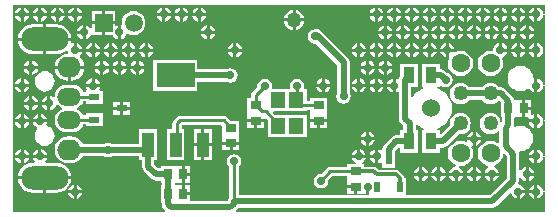
<source format=gbl>
%FSTAX23Y23*%
%MOIN*%
%SFA1B1*%

%IPPOS*%
%ADD13C,0.011810*%
%ADD15C,0.010000*%
%ADD16R,0.027560X0.037400*%
%ADD17R,0.037400X0.027560*%
%ADD37C,0.019680*%
%ADD38C,0.049210*%
%ADD39C,0.060000*%
%ADD40C,0.062990*%
%ADD41O,0.078740X0.068900*%
%ADD42O,0.078740X0.059060*%
%ADD43O,0.157480X0.078740*%
%ADD44R,0.059060X0.059060*%
%ADD45C,0.059060*%
%ADD46C,0.027560*%
%ADD47C,0.050000*%
%ADD48R,0.037400X0.055120*%
%ADD49R,0.023620X0.035430*%
%ADD50R,0.035430X0.023620*%
%ADD51R,0.047240X0.055120*%
%ADD52R,0.127950X0.084650*%
%ADD53R,0.039370X0.084650*%
%LNmidi_stick-1*%
%LPD*%
G36*
X04605Y03249D02*
X046Y03248D01*
X046Y03251*
X04599Y03257*
X04593Y03265*
X04586Y0327*
X04581Y03271*
Y03248*
Y03224*
X04586Y03225*
X04593Y0323*
X04599Y03238*
X046Y03244*
X046Y03247*
X04605Y03246*
Y03131*
X046Y0313*
X046Y03133*
X04599Y03139*
X04593Y03147*
X04586Y03152*
X04581Y03153*
Y03129*
Y03106*
X04586Y03107*
X04593Y03112*
X04599Y0312*
X046Y03126*
X046Y03128*
X04605Y03128*
Y03013*
X046Y03012*
X046Y03015*
X04599Y03021*
X04593Y03028*
X04586Y03034*
X04581Y03035*
Y03011*
Y02988*
X04586Y02989*
X04593Y02994*
X04599Y03002*
X046Y03008*
X046Y0301*
X04605Y0301*
Y02895*
X046Y02894*
X04599Y02902*
X04593Y0291*
X04586Y02916*
X04581Y02916*
Y02893*
Y0287*
X04586Y02871*
X04593Y02876*
X04599Y02884*
X046Y02892*
X04605Y02892*
Y02777*
X046Y02776*
X046Y02779*
X04599Y02784*
X04593Y02792*
X04586Y02797*
X04581Y02798*
Y02775*
Y02752*
X04586Y02753*
X04593Y02758*
X04599Y02766*
X046Y02771*
X046Y02774*
X04605Y02774*
Y02658*
X046Y02658*
X046Y02661*
X04599Y02666*
X04593Y02674*
X04586Y02679*
X04581Y0268*
Y02657*
Y02634*
X04586Y02635*
X04593Y0264*
X04599Y02648*
X046Y02653*
X046Y02656*
X04605Y02656*
Y0259*
X03577*
X03575Y02595*
X03584Y02603*
X03585Y02604*
X04431*
X04439Y02606*
X04445Y0261*
X04489Y02653*
X04494Y02652*
X04495Y02648*
X045Y0264*
X04508Y02635*
X04512Y02634*
Y02657*
X04517*
Y02662*
X0454*
X0454Y02666*
X04534Y02674*
X04526Y02679*
X04521Y0268*
X04518Y02685*
X0452Y02693*
Y02702*
X04521Y02703*
X04527Y02702*
X0453Y02699*
X04537Y02694*
X04542Y02693*
Y02716*
Y02739*
X04537Y02738*
X0453Y02733*
X04527Y0273*
X04521Y02729*
X0452Y0273*
Y02784*
X04519Y02788*
X04523Y02792*
X04525Y02792*
X04535Y02794*
X04546Y02798*
X04555Y02804*
X04561Y02813*
X04566Y02824*
X04567Y02835*
X04566Y02845*
X04561Y02856*
X04555Y02865*
X04546Y02871*
X04535Y02876*
X04525Y02877*
X04514Y02876*
X04508Y02873*
X04504Y02877*
X04504Y02879*
Y02902*
X04508Y02906*
X04511*
X04513*
X0453*
Y02935*
Y02963*
X04513*
X04511*
X04508*
X04506*
X04504*
X04503Y02968*
X04498Y02974*
X04474Y02999*
X04467Y03003*
X0446Y03005*
X04453*
X04449Y03009*
X04442Y03015*
X04434Y03018*
X04425Y03019*
X04415Y03018*
X04407Y03015*
X044Y03009*
X04396Y03005*
X04353*
X04349Y03009*
X04342Y03015*
X04334Y03018*
X04325Y03019*
X04315Y03018*
X04307Y03015*
X043Y03009*
X04294Y03002*
X04291Y02994*
X0429Y02985*
X04291Y02975*
X04294Y02967*
X043Y0296*
X04307Y02954*
X04315Y02951*
X04325Y0295*
X04334Y02951*
X04342Y02954*
X04349Y0296*
X04353Y02964*
X04396*
X044Y0296*
X04407Y02954*
X04415Y02951*
X04425Y0295*
X04434Y02951*
X04442Y02954*
X04449Y0296*
X0445Y0296*
X04455Y02961*
X0446Y02955*
Y02906*
X04464*
Y0289*
X04459Y0289*
X04458Y02894*
X04455Y02902*
X04449Y02909*
X04442Y02915*
X04434Y02918*
X04425Y02919*
X04415Y02918*
X04407Y02915*
X044Y02909*
X04394Y02902*
X04391Y02894*
X0439Y02885*
X04391Y02875*
X04394Y02867*
X044Y0286*
X04407Y02854*
X04415Y02851*
X04425Y0285*
X04434Y02851*
X04442Y02854*
X04449Y0286*
X0445Y0286*
X04454Y02859*
Y0282*
X04449Y02818*
X04445Y02821*
X04435Y02825*
X04425Y02826*
X04414Y02825*
X04404Y02821*
X04395Y02814*
X04388Y02805*
X04384Y02795*
X04383Y02785*
X04384Y02774*
X04388Y02764*
X04395Y02755*
X04404Y02748*
X04414Y02744*
X04418Y02744*
X04419Y02739*
X04419Y02738*
X04411Y02733*
X04406Y02725*
X04405Y02721*
X04452*
X04451Y02725*
X04446Y02733*
X04438Y02738*
X04435Y02739*
X04435Y02744*
X04435Y02744*
X04445Y02748*
X04454Y02755*
X04461Y02764*
X04465Y02774*
X04466Y02782*
X04471Y02784*
X04479Y02776*
Y02701*
X04423Y02645*
X04148*
X04144Y02647*
Y0265*
Y02702*
X04138*
Y02702*
X04137Y02708*
X04133Y02714*
X04121Y02726*
X04116Y02729*
X0411Y02731*
X04051*
X04045Y02737*
X0404Y0274*
X04034Y02741*
X04003*
Y02749*
X03998*
X03997Y02754*
X04003Y02758*
X04008Y02766*
X04009Y0277*
X03962*
X03963Y02766*
X03969Y02758*
X03975Y02754*
X03973Y02749*
X03946*
Y0274*
X03891*
X03886Y02739*
X03881Y02736*
X03862Y02717*
X0386Y02717*
X0385Y02716*
X03842Y0271*
X03837Y02702*
X03835Y02693*
X03837Y02684*
X03842Y02676*
X0385Y02671*
X0386Y02669*
X03869Y02671*
X03877Y02676*
X03882Y02684*
X03884Y02693*
X03883Y02695*
X03898Y0271*
X03946*
Y02701*
Y02698*
Y02679*
X03975*
Y02674*
X0398*
Y0265*
X04003*
X04008Y02651*
X0401Y02651*
Y02674*
X0402*
Y02647*
X04021Y02646*
X04021Y02646*
X0402Y02645*
X03585*
Y0274*
X03587Y02741*
X03592Y02749*
X03594Y02758*
X03592Y02767*
X03587Y02775*
X03579Y02781*
X0357Y02782*
X0356Y02781*
X03552Y02775*
X03547Y02767*
X03545Y02758*
X03547Y02749*
X03552Y02741*
X03554Y0274*
Y02637*
X03551Y02632*
X0355Y02626*
X03548Y02625*
X03424*
Y02645*
X034*
Y0265*
X03395*
Y02678*
X03376*
X03374*
X03373Y02679*
X03372Y02686*
X03373Y02686*
X03376*
X03378*
X03395*
Y02715*
Y02743*
X03378*
X03376*
X03373*
X03371*
X03325*
Y02735*
X03318*
X03304Y02748*
Y02762*
X03314*
Y02867*
X03254*
Y02817*
X03162*
X03159Y02819*
X0315Y02821*
X0314Y02819*
X03137Y02817*
X03066*
X03065Y02819*
X03058Y02828*
X03049Y02836*
X03038Y0284*
X03026Y02842*
X03016*
X03005Y0284*
X02994Y02836*
X02985Y02828*
X02978Y02819*
X02973Y02808*
X02972Y02797*
X02973Y02785*
X02978Y02774*
X02985Y02765*
X02994Y02758*
X03005Y02753*
X03016Y02752*
X03026*
X03038Y02753*
X03049Y02758*
X03058Y02765*
X03065Y02774*
X03066Y02776*
X03137*
X0314Y02774*
X0315Y02772*
X03159Y02774*
X03162Y02776*
X03254*
Y02762*
X03264*
Y0274*
X03265Y02732*
X0327Y02726*
X03295Y027*
X03302Y02696*
X0331Y02694*
X03325*
Y02686*
X03329*
Y02678*
X03325*
Y02621*
X03329*
Y02615*
X0333Y02607*
X03335Y02601*
X03341Y02595*
X03339Y0259*
X02834*
Y0328*
X04605*
Y03249*
G37*
%LNmidi_stick-2*%
%LPC*%
G36*
X04571Y03271D02*
X04567Y0327D01*
X04559Y03265*
X04554Y03257*
X04553Y03253*
X04571*
Y03271*
G37*
G36*
X04522D02*
Y03253D01*
X0454*
X0454Y03257*
X04534Y03265*
X04526Y0327*
X04522Y03271*
G37*
G36*
X04512D02*
X04508Y0327D01*
X045Y03265*
X04495Y03257*
X04494Y03253*
X04512*
Y03271*
G37*
G36*
X04463D02*
Y03253D01*
X04481*
X04481Y03257*
X04475Y03265*
X04467Y0327*
X04463Y03271*
G37*
G36*
X04453D02*
X04449Y0327D01*
X04441Y03265*
X04436Y03257*
X04435Y03253*
X04453*
Y03271*
G37*
G36*
X04404D02*
Y03253D01*
X04422*
X04422Y03257*
X04416Y03265*
X04408Y0327*
X04404Y03271*
G37*
G36*
X04394D02*
X0439Y0327D01*
X04382Y03265*
X04377Y03257*
X04376Y03253*
X04394*
Y03271*
G37*
G36*
X04345D02*
Y03253D01*
X04363*
X04362Y03257*
X04357Y03265*
X04349Y0327*
X04345Y03271*
G37*
G36*
X04335D02*
X04331Y0327D01*
X04323Y03265*
X04318Y03257*
X04317Y03253*
X04335*
Y03271*
G37*
G36*
X04286D02*
Y03253D01*
X04304*
X04303Y03257*
X04298Y03265*
X0429Y0327*
X04286Y03271*
G37*
G36*
X04276D02*
X04272Y0327D01*
X04264Y03265*
X04259Y03257*
X04258Y03253*
X04276*
Y03271*
G37*
G36*
X04227D02*
Y03253D01*
X04245*
X04244Y03257*
X04239Y03265*
X04231Y0327*
X04227Y03271*
G37*
G36*
X04217D02*
X04213Y0327D01*
X04205Y03265*
X042Y03257*
X04199Y03253*
X04217*
Y03271*
G37*
G36*
X04168D02*
Y03253D01*
X04186*
X04185Y03257*
X0418Y03265*
X04172Y0327*
X04168Y03271*
G37*
G36*
X04158D02*
X04154Y0327D01*
X04146Y03265*
X0414Y03257*
X0414Y03253*
X04158*
Y03271*
G37*
G36*
X04109D02*
Y03253D01*
X04127*
X04126Y03257*
X04121Y03265*
X04113Y0327*
X04109Y03271*
G37*
G36*
X04099D02*
X04095Y0327D01*
X04087Y03265*
X04081Y03257*
X04081Y03253*
X04099*
Y03271*
G37*
G36*
X0405D02*
Y03253D01*
X04068*
X04067Y03257*
X04062Y03265*
X04054Y0327*
X0405Y03271*
G37*
G36*
X0404D02*
X04036Y0327D01*
X04028Y03265*
X04022Y03257*
X04022Y03253*
X0404*
Y03271*
G37*
G36*
X03459D02*
Y03253D01*
X03477*
X03477Y03257*
X03471Y03265*
X03464Y0327*
X03459Y03271*
G37*
G36*
X03449D02*
X03445Y0327D01*
X03437Y03265*
X03432Y03257*
X03431Y03253*
X03449*
Y03271*
G37*
G36*
X034D02*
Y03253D01*
X03418*
X03418Y03257*
X03412Y03265*
X03404Y0327*
X034Y03271*
G37*
G36*
X0339D02*
X03386Y0327D01*
X03378Y03265*
X03373Y03257*
X03372Y03253*
X0339*
Y03271*
G37*
G36*
X03341D02*
Y03253D01*
X03359*
X03359Y03257*
X03353Y03265*
X03345Y0327*
X03341Y03271*
G37*
G36*
X03331D02*
X03327Y0327D01*
X03319Y03265*
X03314Y03257*
X03313Y03253*
X03331*
Y03271*
G37*
G36*
X03046D02*
Y03253D01*
X03064*
X03063Y03257*
X03058Y03265*
X0305Y0327*
X03046Y03271*
G37*
G36*
X03036D02*
X03032Y0327D01*
X03024Y03265*
X03018Y03257*
X03018Y03253*
X03036*
Y03271*
G37*
G36*
X02987D02*
Y03253D01*
X03005*
X03004Y03257*
X02999Y03265*
X02991Y0327*
X02987Y03271*
G37*
G36*
X02977D02*
X02973Y0327D01*
X02965Y03265*
X02959Y03257*
X02959Y03253*
X02977*
Y03271*
G37*
G36*
X02928D02*
Y03253D01*
X02946*
X02945Y03257*
X0294Y03265*
X02932Y0327*
X02928Y03271*
G37*
G36*
X02918D02*
X02913Y0327D01*
X02906Y03265*
X029Y03257*
X02899Y03253*
X02918*
Y03271*
G37*
G36*
X02869D02*
Y03253D01*
X02887*
X02886Y03257*
X02881Y03265*
X02873Y0327*
X02869Y03271*
G37*
G36*
X02859D02*
X02854Y0327D01*
X02847Y03265*
X02841Y03257*
X0284Y03253*
X02859*
Y03271*
G37*
G36*
X03775Y03264D02*
Y03235D01*
X03804*
X03804Y03239*
X038Y03247*
X03794Y03254*
X03787Y0326*
X03779Y03264*
X03775Y03264*
G37*
G36*
X03765D02*
X0376Y03264D01*
X03752Y0326*
X03745Y03254*
X03739Y03247*
X03735Y03239*
X03735Y03235*
X03765*
Y03264*
G37*
G36*
X03174Y03259D02*
X0314D01*
Y03225*
X03174*
Y03259*
G37*
G36*
X0313D02*
X03095D01*
Y03225*
X0313*
Y03259*
G37*
G36*
X03359Y03243D02*
X03341D01*
Y03224*
X03345Y03225*
X03353Y0323*
X03359Y03238*
X03359Y03243*
G37*
G36*
X03331D02*
X03313D01*
X03314Y03238*
X03319Y0323*
X03327Y03225*
X03331Y03224*
Y03243*
G37*
G36*
X03064D02*
X03046D01*
Y03224*
X0305Y03225*
X03058Y0323*
X03063Y03238*
X03064Y03243*
G37*
G36*
X03036D02*
X03018D01*
X03018Y03238*
X03024Y0323*
X03032Y03225*
X03036Y03224*
Y03243*
G37*
G36*
X03005D02*
X02987D01*
Y03224*
X02991Y03225*
X02999Y0323*
X03004Y03238*
X03005Y03243*
G37*
G36*
X02977D02*
X02959D01*
X02959Y03238*
X02965Y0323*
X02973Y03225*
X02977Y03224*
Y03243*
G37*
G36*
X02946D02*
X02928D01*
Y03224*
X02932Y03225*
X0294Y0323*
X02945Y03238*
X02946Y03243*
G37*
G36*
X02918D02*
X02899D01*
X029Y03238*
X02906Y0323*
X02913Y03225*
X02918Y03224*
Y03243*
G37*
G36*
X02887D02*
X02869D01*
Y03224*
X02873Y03225*
X02881Y0323*
X02886Y03238*
X02887Y03243*
G37*
G36*
X02859D02*
X0284D01*
X02841Y03238*
X02847Y0323*
X02854Y03225*
X02859Y03224*
Y03243*
G37*
G36*
X04571D02*
X04553D01*
X04554Y03238*
X04559Y0323*
X04567Y03225*
X04571Y03224*
Y03243*
G37*
G36*
X0454D02*
X04522D01*
Y03224*
X04526Y03225*
X04534Y0323*
X0454Y03238*
X0454Y03243*
G37*
G36*
X04512D02*
X04494D01*
X04495Y03238*
X045Y0323*
X04508Y03225*
X04512Y03224*
Y03243*
G37*
G36*
X04481D02*
X04463D01*
Y03224*
X04467Y03225*
X04475Y0323*
X04481Y03238*
X04481Y03243*
G37*
G36*
X04453D02*
X04435D01*
X04436Y03238*
X04441Y0323*
X04449Y03225*
X04453Y03224*
Y03243*
G37*
G36*
X04422D02*
X04404D01*
Y03224*
X04408Y03225*
X04416Y0323*
X04422Y03238*
X04422Y03243*
G37*
G36*
X04394D02*
X04376D01*
X04377Y03238*
X04382Y0323*
X0439Y03225*
X04394Y03224*
Y03243*
G37*
G36*
X04363D02*
X04345D01*
Y03224*
X04349Y03225*
X04357Y0323*
X04362Y03238*
X04363Y03243*
G37*
G36*
X04335D02*
X04317D01*
X04318Y03238*
X04323Y0323*
X04331Y03225*
X04335Y03224*
Y03243*
G37*
G36*
X04304D02*
X04286D01*
Y03224*
X0429Y03225*
X04298Y0323*
X04303Y03238*
X04304Y03243*
G37*
G36*
X04276D02*
X04258D01*
X04259Y03238*
X04264Y0323*
X04272Y03225*
X04276Y03224*
Y03243*
G37*
G36*
X04245D02*
X04227D01*
Y03224*
X04231Y03225*
X04239Y0323*
X04244Y03238*
X04245Y03243*
G37*
G36*
X04217D02*
X04199D01*
X042Y03238*
X04205Y0323*
X04213Y03225*
X04217Y03224*
Y03243*
G37*
G36*
X04186D02*
X04168D01*
Y03224*
X04172Y03225*
X0418Y0323*
X04185Y03238*
X04186Y03243*
G37*
G36*
X04158D02*
X0414D01*
X0414Y03238*
X04146Y0323*
X04154Y03225*
X04158Y03224*
Y03243*
G37*
G36*
X04127D02*
X04109D01*
Y03224*
X04113Y03225*
X04121Y0323*
X04126Y03238*
X04127Y03243*
G37*
G36*
X04099D02*
X04081D01*
X04081Y03238*
X04087Y0323*
X04095Y03225*
X04099Y03224*
Y03243*
G37*
G36*
X04068D02*
X0405D01*
Y03224*
X04054Y03225*
X04062Y0323*
X04067Y03238*
X04068Y03243*
G37*
G36*
X0404D02*
X04022D01*
X04022Y03238*
X04028Y0323*
X04036Y03225*
X0404Y03224*
Y03243*
G37*
G36*
X03477D02*
X03459D01*
Y03224*
X03464Y03225*
X03471Y0323*
X03477Y03238*
X03477Y03243*
G37*
G36*
X03449D02*
X03431D01*
X03432Y03238*
X03437Y0323*
X03445Y03225*
X03449Y03224*
Y03243*
G37*
G36*
X03418D02*
X034D01*
Y03224*
X03404Y03225*
X03412Y0323*
X03418Y03238*
X03418Y03243*
G37*
G36*
X0339D02*
X03372D01*
X03373Y03238*
X03378Y0323*
X03386Y03225*
X0339Y03224*
Y03243*
G37*
G36*
X0313Y03215D02*
X03095D01*
Y03203*
X0309Y03202*
X03088Y03206*
X0308Y03211*
X03075Y03212*
Y03188*
Y03165*
X0308Y03166*
X03088Y03171*
X03091Y03177*
X03094Y03179*
X03098Y0318*
X0313*
Y03215*
G37*
G36*
X03845Y032D02*
X0384Y03199D01*
X0384*
X0383Y03197*
X03822Y03192*
X03817Y03184*
X03815Y03175*
X03817Y03165*
X03822Y03157*
X0383Y03152*
X0384Y0315*
X03844Y03151*
X03914Y03081*
Y02987*
X03912Y02984*
X0391Y02975*
X03912Y02965*
X03917Y02957*
X03925Y02952*
X03935Y0295*
X03944Y02952*
X03952Y02957*
X03957Y02965*
X03959Y02975*
X03957Y02984*
X03955Y02987*
Y0309*
X03953Y03097*
X03949Y03104*
X03859Y03194*
X03852Y03198*
X03845Y032*
G37*
G36*
X03804Y03225D02*
X03775D01*
Y03195*
X03779Y03195*
X03787Y03199*
X03794Y03205*
X038Y03212*
X03804Y0322*
X03804Y03225*
G37*
G36*
X03765D02*
X03735D01*
X03735Y0322*
X03739Y03212*
X03745Y03205*
X03752Y03199*
X0376Y03195*
X03765Y03195*
Y03225*
G37*
G36*
X04552Y03212D02*
Y03193D01*
X0457*
X04569Y03198*
X04564Y03206*
X04556Y03211*
X04552Y03212*
G37*
G36*
X04542D02*
X04537Y03211D01*
X0453Y03206*
X04524Y03198*
X04523Y03193*
X04542*
Y03212*
G37*
G36*
X04493D02*
Y03193D01*
X04511*
X0451Y03198*
X04505Y03206*
X04497Y03211*
X04493Y03212*
G37*
G36*
X04483D02*
X04478Y03211D01*
X04471Y03206*
X04465Y03198*
X04464Y03193*
X04483*
Y03212*
G37*
G36*
X04434D02*
Y03193D01*
X04452*
X04451Y03198*
X04446Y03206*
X04438Y03211*
X04434Y03212*
G37*
G36*
X04424D02*
X04419Y03211D01*
X04411Y03206*
X04406Y03198*
X04405Y03193*
X04424*
Y03212*
G37*
G36*
X04375D02*
Y03193D01*
X04393*
X04392Y03198*
X04387Y03206*
X04379Y03211*
X04375Y03212*
G37*
G36*
X04365D02*
X0436Y03211D01*
X04352Y03206*
X04347Y03198*
X04346Y03193*
X04365*
Y03212*
G37*
G36*
X04316D02*
Y03193D01*
X04334*
X04333Y03198*
X04328Y03206*
X0432Y03211*
X04316Y03212*
G37*
G36*
X04306D02*
X04301Y03211D01*
X04293Y03206*
X04288Y03198*
X04287Y03193*
X04306*
Y03212*
G37*
G36*
X04256D02*
Y03193D01*
X04275*
X04274Y03198*
X04269Y03206*
X04261Y03211*
X04256Y03212*
G37*
G36*
X04246D02*
X04242Y03211D01*
X04234Y03206*
X04229Y03198*
X04228Y03193*
X04246*
Y03212*
G37*
G36*
X04197D02*
Y03193D01*
X04216*
X04215Y03198*
X0421Y03206*
X04202Y03211*
X04197Y03212*
G37*
G36*
X04187D02*
X04183Y03211D01*
X04175Y03206*
X0417Y03198*
X04169Y03193*
X04187*
Y03212*
G37*
G36*
X04138D02*
Y03193D01*
X04157*
X04156Y03198*
X04151Y03206*
X04143Y03211*
X04138Y03212*
G37*
G36*
X04128D02*
X04124Y03211D01*
X04116Y03206*
X04111Y03198*
X0411Y03193*
X04128*
Y03212*
G37*
G36*
X04079D02*
Y03193D01*
X04098*
X04097Y03198*
X04091Y03206*
X04084Y03211*
X04079Y03212*
G37*
G36*
X04069D02*
X04065Y03211D01*
X04057Y03206*
X04052Y03198*
X04051Y03193*
X04069*
Y03212*
G37*
G36*
X03489D02*
Y03193D01*
X03507*
X03506Y03198*
X03501Y03206*
X03493Y03211*
X03489Y03212*
G37*
G36*
X03479D02*
X03474Y03211D01*
X03467Y03206*
X03461Y03198*
X03461Y03193*
X03479*
Y03212*
G37*
G36*
X03065D02*
X03061Y03211D01*
X03053Y03206*
X03048Y03198*
X03047Y03193*
X03065*
Y03212*
G37*
G36*
X03235Y03259D02*
X03224Y03258D01*
X03215Y03254*
X03206Y03248*
X032Y03239*
X03196Y0323*
X03195Y0322*
X03195Y03216*
X03193Y03214*
Y03188*
Y03165*
X03198Y03166*
X03206Y03171*
X03211Y03179*
X03211Y03182*
X03217Y03184*
X03224Y03181*
X03235Y0318*
X03245Y03181*
X03254Y03185*
X03263Y03191*
X03269Y032*
X03273Y03209*
X03274Y0322*
X03273Y0323*
X03269Y03239*
X03263Y03248*
X03254Y03254*
X03245Y03258*
X03235Y03259*
G37*
G36*
X02978Y03215D02*
X02944D01*
Y0317*
X03027*
X03026Y03178*
X03021Y0319*
X03013Y032*
X03003Y03208*
X02991Y03213*
X02978Y03215*
G37*
G36*
X02934D02*
X02899D01*
X02886Y03213*
X02874Y03208*
X02864Y032*
X02856Y0319*
X02851Y03178*
X0285Y0317*
X02934*
Y03215*
G37*
G36*
X03174Y03215D02*
X0314D01*
Y0318*
X03166*
X03166Y03179*
X03171Y03171*
X03179Y03166*
X03183Y03165*
Y03188*
Y03212*
X03179Y03211*
X03178Y0321*
X03174Y03213*
Y03215*
G37*
G36*
X03065Y03183D02*
X03047D01*
X03048Y03179*
X03053Y03171*
X03061Y03166*
X03065Y03165*
Y03183*
G37*
G36*
X0457D02*
X04552D01*
Y03165*
X04556Y03166*
X04564Y03171*
X04569Y03179*
X0457Y03183*
G37*
G36*
X04542D02*
X04523D01*
X04524Y03179*
X0453Y03171*
X04537Y03166*
X04542Y03165*
Y03183*
G37*
G36*
X04511D02*
X04493D01*
Y03165*
X04497Y03166*
X04505Y03171*
X0451Y03179*
X04511Y03183*
G37*
G36*
X04483D02*
X04464D01*
X04465Y03179*
X04471Y03171*
X04478Y03166*
X04483Y03165*
Y03183*
G37*
G36*
X04452D02*
X04434D01*
Y03165*
X04438Y03166*
X04446Y03171*
X04451Y03179*
X04452Y03183*
G37*
G36*
X04424D02*
X04405D01*
X04406Y03179*
X04411Y03171*
X04419Y03166*
X04424Y03165*
Y03183*
G37*
G36*
X04393D02*
X04375D01*
Y03165*
X04379Y03166*
X04387Y03171*
X04392Y03179*
X04393Y03183*
G37*
G36*
X04365D02*
X04346D01*
X04347Y03179*
X04352Y03171*
X0436Y03166*
X04365Y03165*
Y03183*
G37*
G36*
X04334D02*
X04316D01*
Y03165*
X0432Y03166*
X04328Y03171*
X04333Y03179*
X04334Y03183*
G37*
G36*
X04306D02*
X04287D01*
X04288Y03179*
X04293Y03171*
X04301Y03166*
X04306Y03165*
Y03183*
G37*
G36*
X04275D02*
X04256D01*
Y03165*
X04261Y03166*
X04269Y03171*
X04274Y03179*
X04275Y03183*
G37*
G36*
X04246D02*
X04228D01*
X04229Y03179*
X04234Y03171*
X04242Y03166*
X04246Y03165*
Y03183*
G37*
G36*
X04216D02*
X04197D01*
Y03165*
X04202Y03166*
X0421Y03171*
X04215Y03179*
X04216Y03183*
G37*
G36*
X04187D02*
X04169D01*
X0417Y03179*
X04175Y03171*
X04183Y03166*
X04187Y03165*
Y03183*
G37*
G36*
X04157D02*
X04138D01*
Y03165*
X04143Y03166*
X04151Y03171*
X04156Y03179*
X04157Y03183*
G37*
G36*
X04128D02*
X0411D01*
X04111Y03179*
X04116Y03171*
X04124Y03166*
X04128Y03165*
Y03183*
G37*
G36*
X04098D02*
X04079D01*
Y03165*
X04084Y03166*
X04091Y03171*
X04097Y03179*
X04098Y03183*
G37*
G36*
X04069D02*
X04051D01*
X04052Y03179*
X04057Y03171*
X04065Y03166*
X04069Y03165*
Y03183*
G37*
G36*
X03507D02*
X03489D01*
Y03165*
X03493Y03166*
X03501Y03171*
X03506Y03179*
X03507Y03183*
G37*
G36*
X03479D02*
X03461D01*
X03461Y03179*
X03467Y03171*
X03474Y03166*
X03479Y03165*
Y03183*
G37*
G36*
X04571Y03153D02*
X04567Y03152D01*
X04559Y03147*
X04554Y03139*
X04553Y03134*
X04571*
Y03153*
G37*
G36*
X04522D02*
Y03134D01*
X0454*
X0454Y03139*
X04534Y03147*
X04526Y03152*
X04522Y03153*
G37*
G36*
X04512D02*
X04508Y03152D01*
X045Y03147*
X04495Y03139*
X04494Y03134*
X04512*
Y03153*
G37*
G36*
X04463D02*
Y03134D01*
X04481*
X04481Y03139*
X04475Y03147*
X04467Y03152*
X04463Y03153*
G37*
G36*
X04286D02*
Y03134D01*
X04304*
X04303Y03139*
X04298Y03147*
X0429Y03152*
X04286Y03153*
G37*
G36*
X04276D02*
X04272Y03152D01*
X04264Y03147*
X04259Y03139*
X04258Y03134*
X04276*
Y03153*
G37*
G36*
X04227D02*
Y03134D01*
X04245*
X04244Y03139*
X04239Y03147*
X04231Y03152*
X04227Y03153*
G37*
G36*
X04217D02*
X04213Y03152D01*
X04205Y03147*
X042Y03139*
X04199Y03134*
X04217*
Y03153*
G37*
G36*
X04168D02*
Y03134D01*
X04186*
X04185Y03139*
X0418Y03147*
X04172Y03152*
X04168Y03153*
G37*
G36*
X04158D02*
X04154Y03152D01*
X04146Y03147*
X0414Y03139*
X0414Y03134*
X04158*
Y03153*
G37*
G36*
X04109D02*
Y03134D01*
X04127*
X04126Y03139*
X04121Y03147*
X04113Y03152*
X04109Y03153*
G37*
G36*
X04099D02*
X04095Y03152D01*
X04087Y03147*
X04081Y03139*
X04081Y03134*
X04099*
Y03153*
G37*
G36*
X0405D02*
Y03134D01*
X04068*
X04067Y03139*
X04062Y03147*
X04054Y03152*
X0405Y03153*
G37*
G36*
X0404D02*
X04036Y03152D01*
X04028Y03147*
X04022Y03139*
X04022Y03134*
X0404*
Y03153*
G37*
G36*
X03991D02*
Y03134D01*
X04009*
X04008Y03139*
X04003Y03147*
X03995Y03152*
X03991Y03153*
G37*
G36*
X03981D02*
X03976Y03152D01*
X03969Y03147*
X03963Y03139*
X03962Y03134*
X03981*
Y03153*
G37*
G36*
X03577D02*
Y03134D01*
X03596*
X03595Y03139*
X03589Y03147*
X03582Y03152*
X03577Y03153*
G37*
G36*
X03567D02*
X03563Y03152D01*
X03555Y03147*
X0355Y03139*
X03549Y03134*
X03567*
Y03153*
G37*
G36*
X03282D02*
Y03134D01*
X033*
X03299Y03139*
X03294Y03147*
X03286Y03152*
X03282Y03153*
G37*
G36*
X03272D02*
X03268Y03152D01*
X0326Y03147*
X03255Y03139*
X03254Y03134*
X03272*
Y03153*
G37*
G36*
X03223D02*
Y03134D01*
X03241*
X0324Y03139*
X03235Y03147*
X03227Y03152*
X03223Y03153*
G37*
G36*
X03213D02*
X03209Y03152D01*
X03201Y03147*
X03196Y03139*
X03195Y03134*
X03213*
Y03153*
G37*
G36*
X03164D02*
Y03134D01*
X03182*
X03181Y03139*
X03176Y03147*
X03168Y03152*
X03164Y03153*
G37*
G36*
X03154D02*
X0315Y03152D01*
X03142Y03147*
X03137Y03139*
X03136Y03134*
X03154*
Y03153*
G37*
G36*
X03105D02*
Y03134D01*
X03123*
X03122Y03139*
X03117Y03147*
X03109Y03152*
X03105Y03153*
G37*
G36*
X03095D02*
X03091Y03152D01*
X03083Y03147*
X03077Y03139*
X03077Y03134*
X03095*
Y03153*
G37*
G36*
X03046D02*
Y03134D01*
X03064*
X03063Y03139*
X03058Y03147*
X0305Y03152*
X03046Y03153*
G37*
G36*
X04453D02*
X04449Y03152D01*
X04441Y03147*
X04436Y03139*
X04434Y03129*
X04434Y03129*
X04431Y03126*
X04425Y03126*
X04414Y03125*
X04404Y03121*
X04395Y03114*
X04388Y03105*
X04384Y03095*
X04383Y03085*
X04384Y03074*
X04388Y03064*
X04395Y03055*
X04404Y03048*
X04414Y03044*
X04425Y03043*
X04435Y03044*
X04445Y03048*
X04454Y03055*
X04461Y03064*
X04465Y03074*
X04466Y03085*
X04465Y03095*
X04463Y03101*
X04466Y03107*
X04467Y03107*
X04475Y03112*
X04481Y0312*
X04481Y03124*
X04458*
Y03129*
X04453*
Y03153*
G37*
G36*
X04325Y03126D02*
X04314Y03125D01*
X04309Y03123*
X04307Y03124*
X04286*
Y03102*
X04286Y03101*
X04284Y03095*
X04283Y03085*
X04284Y03074*
X04288Y03064*
X04295Y03055*
X04304Y03048*
X04314Y03044*
X04325Y03043*
X04335Y03044*
X04345Y03048*
X04354Y03055*
X04361Y03064*
X04365Y03074*
X04366Y03085*
X04365Y03095*
X04361Y03105*
X04354Y03114*
X04345Y03121*
X04335Y03125*
X04325Y03126*
G37*
G36*
X02934Y0316D02*
X0285D01*
X02851Y03152*
X02856Y0314*
X02864Y0313*
X02874Y03122*
X02886Y03117*
X02899Y03115*
X02934*
Y0316*
G37*
G36*
X04571Y03124D02*
X04553D01*
X04554Y0312*
X04559Y03112*
X04567Y03107*
X04571Y03106*
Y03124*
G37*
G36*
X0454D02*
X04522D01*
Y03106*
X04526Y03107*
X04534Y03112*
X0454Y0312*
X0454Y03124*
G37*
G36*
X04512D02*
X04494D01*
X04495Y0312*
X045Y03112*
X04508Y03107*
X04512Y03106*
Y03124*
G37*
G36*
X04276D02*
X04258D01*
X04259Y0312*
X04264Y03112*
X04272Y03107*
X04276Y03106*
Y03124*
G37*
G36*
X04245D02*
X04227D01*
Y03106*
X04231Y03107*
X04239Y03112*
X04244Y0312*
X04245Y03124*
G37*
G36*
X04217D02*
X04199D01*
X042Y0312*
X04205Y03112*
X04213Y03107*
X04217Y03106*
Y03124*
G37*
G36*
X04186D02*
X04168D01*
Y03106*
X04172Y03107*
X0418Y03112*
X04185Y0312*
X04186Y03124*
G37*
G36*
X04158D02*
X0414D01*
X0414Y0312*
X04146Y03112*
X04154Y03107*
X04158Y03106*
Y03124*
G37*
G36*
X04127D02*
X04109D01*
Y03106*
X04113Y03107*
X04121Y03112*
X04126Y0312*
X04127Y03124*
G37*
G36*
X04099D02*
X04081D01*
X04081Y0312*
X04087Y03112*
X04095Y03107*
X04099Y03106*
Y03124*
G37*
G36*
X04068D02*
X0405D01*
Y03106*
X04054Y03107*
X04062Y03112*
X04067Y0312*
X04068Y03124*
G37*
G36*
X0404D02*
X04022D01*
X04022Y0312*
X04028Y03112*
X04036Y03107*
X0404Y03106*
Y03124*
G37*
G36*
X04009D02*
X03991D01*
Y03106*
X03995Y03107*
X04003Y03112*
X04008Y0312*
X04009Y03124*
G37*
G36*
X03981D02*
X03962D01*
X03963Y0312*
X03969Y03112*
X03976Y03107*
X03981Y03106*
Y03124*
G37*
G36*
X03596D02*
X03577D01*
Y03106*
X03582Y03107*
X03589Y03112*
X03595Y0312*
X03596Y03124*
G37*
G36*
X03567D02*
X03549D01*
X0355Y0312*
X03555Y03112*
X03563Y03107*
X03567Y03106*
Y03124*
G37*
G36*
X033D02*
X03282D01*
Y03106*
X03286Y03107*
X03294Y03112*
X03299Y0312*
X033Y03124*
G37*
G36*
X03272D02*
X03254D01*
X03255Y0312*
X0326Y03112*
X03268Y03107*
X03272Y03106*
Y03124*
G37*
G36*
X03241D02*
X03223D01*
Y03106*
X03227Y03107*
X03235Y03112*
X0324Y0312*
X03241Y03124*
G37*
G36*
X03213D02*
X03195D01*
X03196Y0312*
X03201Y03112*
X03209Y03107*
X03213Y03106*
Y03124*
G37*
G36*
X03182D02*
X03164D01*
Y03106*
X03168Y03107*
X03176Y03112*
X03181Y0312*
X03182Y03124*
G37*
G36*
X03154D02*
X03136D01*
X03137Y0312*
X03142Y03112*
X0315Y03107*
X03154Y03106*
Y03124*
G37*
G36*
X03123D02*
X03105D01*
Y03106*
X03109Y03107*
X03117Y03112*
X03122Y0312*
X03123Y03124*
G37*
G36*
X03095D02*
X03077D01*
X03077Y0312*
X03083Y03112*
X03091Y03107*
X03095Y03106*
Y03124*
G37*
G36*
X03027Y0316D02*
X02944D01*
Y03115*
X02978*
X02991Y03117*
X03003Y03122*
X03012Y03128*
X03016Y03127*
X03017Y03127*
X03018Y03122*
X03018Y03121*
X03016Y03118*
X03015Y03117*
X03005Y03116*
X02994Y03111*
X02985Y03104*
X02978Y03095*
X02973Y03084*
X02972Y03077*
X03021*
X0307*
X0307Y03084*
X03065Y03095*
X03058Y03104*
X03056Y03106*
X03056Y03111*
X03058Y03112*
X03063Y0312*
X03064Y03124*
X03041*
Y03129*
X03036*
Y03153*
X03032Y03152*
X03031Y03152*
X03026Y03154*
X03027Y0316*
G37*
G36*
X04079Y03094D02*
Y03075D01*
X04098*
X04097Y0308*
X04091Y03088*
X04084Y03093*
X04079Y03094*
G37*
G36*
X04069D02*
X04065Y03093D01*
X04057Y03088*
X04052Y0308*
X04051Y03075*
X04069*
Y03094*
G37*
G36*
X0402D02*
Y03075D01*
X04039*
X04038Y0308*
X04032Y03088*
X04025Y03093*
X0402Y03094*
G37*
G36*
X0401D02*
X04006Y03093D01*
X03998Y03088*
X03993Y0308*
X03992Y03075*
X0401*
Y03094*
G37*
G36*
X03253D02*
Y03075D01*
X03271*
X0327Y0308*
X03265Y03088*
X03257Y03093*
X03253Y03094*
G37*
G36*
X03243D02*
X03238Y03093D01*
X0323Y03088*
X03225Y0308*
X03224Y03075*
X03243*
Y03094*
G37*
G36*
X03193D02*
Y03075D01*
X03212*
X03211Y0308*
X03206Y03088*
X03198Y03093*
X03193Y03094*
G37*
G36*
X03183D02*
X03179Y03093D01*
X03171Y03088*
X03166Y0308*
X03165Y03075*
X03183*
Y03094*
G37*
G36*
X03134D02*
Y03075D01*
X03153*
X03152Y0308*
X03147Y03088*
X03139Y03093*
X03134Y03094*
G37*
G36*
X03124D02*
X0312Y03093D01*
X03112Y03088*
X03107Y0308*
X03106Y03075*
X03124*
Y03094*
G37*
G36*
X02898D02*
Y03075D01*
X02916*
X02916Y0308*
X0291Y03088*
X02902Y03093*
X02898Y03094*
G37*
G36*
X02888D02*
X02884Y03093D01*
X02876Y03088*
X02871Y0308*
X0287Y03075*
X02888*
Y03094*
G37*
G36*
X04098Y03065D02*
X04079D01*
Y03047*
X04084Y03048*
X04091Y03053*
X04097Y03061*
X04098Y03065*
G37*
G36*
X04069D02*
X04051D01*
X04052Y03061*
X04057Y03053*
X04065Y03048*
X04069Y03047*
Y03065*
G37*
G36*
X04039D02*
X0402D01*
Y03047*
X04025Y03048*
X04032Y03053*
X04038Y03061*
X04039Y03065*
G37*
G36*
X0401D02*
X03992D01*
X03993Y03061*
X03998Y03053*
X04006Y03048*
X0401Y03047*
Y03065*
G37*
G36*
X03271D02*
X03253D01*
Y03047*
X03257Y03048*
X03265Y03053*
X0327Y03061*
X03271Y03065*
G37*
G36*
X03243D02*
X03224D01*
X03225Y03061*
X0323Y03053*
X03238Y03048*
X03243Y03047*
Y03065*
G37*
G36*
X03212D02*
X03193D01*
Y03047*
X03198Y03048*
X03206Y03053*
X03211Y03061*
X03212Y03065*
G37*
G36*
X03183D02*
X03165D01*
X03166Y03061*
X03171Y03053*
X03179Y03048*
X03183Y03047*
Y03065*
G37*
G36*
X03153D02*
X03134D01*
Y03047*
X03139Y03048*
X03147Y03053*
X03152Y03061*
X03153Y03065*
G37*
G36*
X03124D02*
X03106D01*
X03107Y03061*
X03112Y03053*
X0312Y03048*
X03124Y03047*
Y03065*
G37*
G36*
X02916D02*
X02898D01*
Y03047*
X02902Y03048*
X0291Y03053*
X02916Y03061*
X02916Y03065*
G37*
G36*
X02888D02*
X0287D01*
X02871Y03061*
X02876Y03053*
X02884Y03048*
X02888Y03047*
Y03065*
G37*
G36*
X0307Y03067D02*
X03026D01*
Y03027*
X03038Y03029*
X03049Y03033*
X03058Y03041*
X03065Y0305*
X0307Y03061*
X0307Y03067*
G37*
G36*
X03016D02*
X02972D01*
X02973Y03061*
X02978Y0305*
X02985Y03041*
X02994Y03033*
X03005Y03029*
X03016Y03027*
Y03067*
G37*
G36*
X03448Y03097D02*
X03301D01*
Y02992*
X03448*
Y03024*
X03545*
X03549Y03022*
X03558Y0302*
X03567Y03022*
X03575Y03027*
X0358Y03035*
X03582Y03045*
X0358Y03054*
X03575Y03062*
X03567Y03067*
X03558Y03069*
X03549Y03067*
X03546Y03065*
X03448*
Y03097*
G37*
G36*
X04099Y03035D02*
X04095Y03034D01*
X04087Y03028*
X04081Y03021*
X04081Y03016*
X04099*
Y03035*
G37*
G36*
X0405D02*
Y03016D01*
X04068*
X04067Y03021*
X04062Y03028*
X04054Y03034*
X0405Y03035*
G37*
G36*
X0404D02*
X04036Y03034D01*
X04028Y03028*
X04022Y03021*
X04022Y03016*
X0404*
Y03035*
G37*
G36*
X03991D02*
Y03016D01*
X04009*
X04008Y03021*
X04003Y03028*
X03995Y03034*
X03991Y03035*
G37*
G36*
X03981D02*
X03976Y03034D01*
X03969Y03028*
X03963Y03021*
X03962Y03016*
X03981*
Y03035*
G37*
G36*
X03873D02*
Y03016D01*
X03891*
X0389Y03021*
X03885Y03028*
X03877Y03034*
X03873Y03035*
G37*
G36*
X03863D02*
X03858Y03034D01*
X0385Y03028*
X03845Y03021*
X03844Y03016*
X03863*
Y03035*
G37*
G36*
X03105D02*
Y03016D01*
X03123*
X03122Y03021*
X03117Y03028*
X03109Y03034*
X03105Y03035*
G37*
G36*
X03095D02*
X03091Y03034D01*
X03083Y03028*
X03077Y03021*
X03077Y03016*
X03095*
Y03035*
G37*
G36*
X02869D02*
Y03016D01*
X02887*
X02886Y03021*
X02881Y03028*
X02873Y03034*
X02869Y03035*
G37*
G36*
X02859D02*
X02854Y03034D01*
X02847Y03028*
X02841Y03021*
X0284Y03016*
X02859*
Y03035*
G37*
G36*
X0378Y03034D02*
X0377Y03032D01*
X03762Y03027*
X03757Y03019*
X03755Y0301*
X03756Y03004*
X03753Y03*
X03699*
X03695Y03004*
X03697Y0301*
X03695Y03019*
X03689Y03027*
X03682Y03032*
X03672Y03034*
X03663Y03032*
X03655Y03027*
X0365Y03019*
X03648Y0301*
X03648Y03007*
X03631Y0299*
X03628Y02985*
X03626Y02979*
Y02969*
X03613*
Y02923*
Y02921*
Y02918*
Y02899*
X0367*
Y029*
X03675Y02902*
X03682Y02896*
Y02839*
X03812*
Y02914*
X03707*
X037Y02921*
X03702Y02925*
X03812*
Y0293*
X03823*
Y02923*
Y02921*
Y02918*
Y02916*
Y02899*
X0388*
Y02916*
X0388Y02918*
Y02921*
X0388Y02923*
Y02969*
X03823*
Y0296*
X03812*
Y03*
X03806*
X03803Y03004*
X03804Y0301*
X03802Y03019*
X03797Y03027*
X03789Y03032*
X0378Y03034*
G37*
G36*
X02939Y03059D02*
X0293Y03058D01*
X02922Y03054*
X02915Y03049*
X02909Y03042*
X02906Y03034*
X02905Y03025*
X02906Y03016*
X02909Y03008*
X02915Y03001*
X02922Y02996*
X0293Y02992*
X02939Y02991*
X02947Y02992*
X02956Y02996*
X02963Y03001*
X02968Y03008*
X02971Y03016*
X02973Y03025*
X02971Y03034*
X02968Y03042*
X02963Y03049*
X02956Y03054*
X02947Y03058*
X02939Y03059*
G37*
G36*
X02887Y03006D02*
X02869D01*
Y02988*
X02873Y02989*
X02881Y02994*
X02886Y03002*
X02887Y03006*
G37*
G36*
X02859D02*
X0284D01*
X02841Y03002*
X02847Y02994*
X02854Y02989*
X02859Y02988*
Y03006*
G37*
G36*
X04525Y03077D02*
X04514Y03076D01*
X04503Y03071*
X04494Y03065*
X04488Y03056*
X04484Y03045*
X04482Y03035*
X04484Y03024*
X04488Y03013*
X04494Y03004*
X04503Y02998*
X04514Y02994*
X04525Y02992*
X04535Y02994*
X04546Y02998*
X04549Y03001*
X04556Y02999*
X04559Y02994*
X04567Y02989*
X04571Y02988*
Y03011*
Y03035*
X04566Y03039*
X04566Y03045*
X04561Y03056*
X04555Y03065*
X04546Y03071*
X04535Y03076*
X04525Y03077*
G37*
G36*
X04099Y03006D02*
X04081D01*
X04081Y03002*
X04087Y02994*
X04095Y02989*
X04099Y02988*
Y03006*
G37*
G36*
X04068D02*
X0405D01*
Y02988*
X04054Y02989*
X04062Y02994*
X04067Y03002*
X04068Y03006*
G37*
G36*
X0404D02*
X04022D01*
X04022Y03002*
X04028Y02994*
X04036Y02989*
X0404Y02988*
Y03006*
G37*
G36*
X04009D02*
X03991D01*
Y02988*
X03995Y02989*
X04003Y02994*
X04008Y03002*
X04009Y03006*
G37*
G36*
X03981D02*
X03962D01*
X03963Y03002*
X03969Y02994*
X03976Y02989*
X03981Y02988*
Y03006*
G37*
G36*
X03891D02*
X03873D01*
Y02988*
X03877Y02989*
X03885Y02994*
X0389Y03002*
X03891Y03006*
G37*
G36*
X03863D02*
X03844D01*
X03845Y03002*
X0385Y02994*
X03858Y02989*
X03863Y02988*
Y03006*
G37*
G36*
X04255Y03082D02*
X04197D01*
Y03007*
X04201*
X04202Y03002*
X04197Y03*
X04185Y02994*
X04174Y02985*
X04165Y02974*
X04165Y02973*
X0416Y02974*
Y03007*
X04182*
Y03082*
X04124*
Y03043*
X04121Y03037*
X0412Y03034*
X04116Y03032*
X04113Y03034*
X04109Y03035*
Y03011*
Y02988*
X04113Y02989*
X04115Y0299*
X04119Y02988*
Y02901*
X04121Y02893*
X04125Y02887*
X04134Y02878*
Y02862*
X04124*
Y02845*
X0411*
X04102Y02843*
X04095Y02839*
X0407Y02814*
X04066Y02807*
X04064Y028*
Y02797*
X04059Y02794*
X04059Y02795*
X04054Y02797*
X0405Y02798*
Y02775*
Y02752*
X04054Y02753*
X04058Y02755*
X04063Y02752*
Y02737*
X04106*
Y02792*
X0411Y02796*
X04118Y02804*
X04124*
Y02787*
X04182*
Y02862*
X04175*
Y02878*
X04179Y0288*
X04185Y02875*
X04197Y02869*
X04202Y02867*
X04201Y02862*
X04197*
Y02787*
X04255*
Y02804*
X04265*
X04272Y02806*
X04279Y0281*
X04319Y0285*
X04325Y0285*
X04334Y02851*
X04342Y02854*
X04349Y0286*
X04355Y02867*
X04358Y02875*
X04359Y02885*
X04358Y02894*
X04355Y02902*
X04349Y02909*
X04342Y02915*
X04334Y02918*
X04325Y02919*
X04315Y02918*
X04307Y02915*
X043Y02909*
X04294Y02902*
X04291Y02894*
X0429Y02885*
X0429Y02879*
X0426Y02848*
X04255Y0285*
Y02862*
X04248*
X04247Y02867*
X04252Y02869*
X04264Y02875*
X04275Y02884*
X04284Y02895*
X0429Y02907*
X04295Y02921*
X04296Y02935*
X04295Y02948*
X0429Y02962*
X04284Y02974*
X04275Y02985*
X04264Y02994*
X04252Y03*
X04247Y03002*
X04248Y03007*
X04255*
Y03008*
X0426Y03011*
X04265Y03007*
X04275Y03005*
X04284Y03007*
X04292Y03012*
X04297Y0302*
X04299Y0303*
X04297Y03039*
X04292Y03047*
X04284Y03052*
X0428Y03053*
X04274Y03059*
X04267Y03063*
X0426Y03065*
X04255*
Y03082*
G37*
G36*
X03031Y03014D02*
X03012D01*
X03001Y03012*
X02992Y03008*
X02983Y03002*
X02977Y02994*
X02973Y02984*
X02972Y02974*
X02967Y02971*
X02962Y02975*
X02957Y02976*
Y02952*
Y02929*
X02962Y0293*
X02969Y02935*
X02975Y02943*
X02976Y02948*
X02981Y02949*
X02983Y02946*
X02992Y02939*
X02997Y02937*
Y02932*
X02992Y0293*
X02983Y02923*
X02977Y02915*
X02973Y02905*
X02972Y02895*
X02973Y02885*
X02977Y02875*
X02983Y02867*
X02992Y02861*
X03001Y02857*
X03012Y02855*
X03031*
X03042Y02857*
X03051Y02861*
X03059Y02867*
X03066Y02875*
X03068Y02882*
X03077*
Y02875*
X03132*
Y02919*
X03077*
Y02912*
X03067*
X03066Y02915*
X03059Y02923*
X03051Y0293*
X03046Y02932*
Y02937*
X03051Y02939*
X03059Y02946*
X03066Y02954*
X03068Y02959*
X03077*
Y0295*
X03132*
Y02994*
X03123*
X0312Y02999*
X03122Y03002*
X03123Y03006*
X03077*
X03077Y03002*
X0308Y02999*
X03077Y02994*
X03077*
Y02989*
X03068*
X03066Y02994*
X03059Y03002*
X03051Y03008*
X03042Y03012*
X03031Y03014*
G37*
G36*
X02947Y02976D02*
X02943Y02975D01*
X02935Y02969*
X0293Y02962*
X02929Y02957*
X02947*
Y02976*
G37*
G36*
X02898D02*
Y02957D01*
X02916*
X02916Y02962*
X0291Y02969*
X02902Y02975*
X02898Y02976*
G37*
G36*
X02888D02*
X02884Y02975D01*
X02876Y02969*
X02871Y02962*
X0287Y02957*
X02888*
Y02976*
G37*
G36*
X0454Y02963D02*
Y0294D01*
X04559*
Y02963*
X0454*
G37*
G36*
X03222Y02956D02*
X032D01*
Y0294*
X03222*
Y02956*
G37*
G36*
X0319D02*
X03167D01*
Y0294*
X0319*
Y02956*
G37*
G36*
X02947Y02947D02*
X02929D01*
X0293Y02943*
X02935Y02935*
X02943Y0293*
X02947Y02929*
Y02947*
G37*
G36*
X02916D02*
X02898D01*
Y02929*
X02902Y0293*
X0291Y02935*
X02916Y02943*
X02916Y02947*
G37*
G36*
X02888D02*
X0287D01*
X02871Y02943*
X02876Y02935*
X02884Y0293*
X02888Y02929*
Y02947*
G37*
G36*
X03222Y0293D02*
X032D01*
Y02913*
X03222*
Y0293*
G37*
G36*
X0319D02*
X03167D01*
Y02913*
X0319*
Y0293*
G37*
G36*
X04559D02*
X0454D01*
Y02906*
X04551*
X04554Y02901*
X04553Y02898*
X04571*
Y02916*
X04567Y02916*
X04564Y02914*
X04559Y02916*
Y0293*
G37*
G36*
X02928Y02916D02*
Y02898D01*
X02946*
X02945Y02902*
X0294Y0291*
X02932Y02916*
X02928Y02916*
G37*
G36*
X02918D02*
X02913Y02916D01*
X02906Y0291*
X029Y02902*
X02899Y02898*
X02918*
Y02916*
G37*
G36*
X02869D02*
Y02898D01*
X02887*
X02886Y02902*
X02881Y0291*
X02873Y02916*
X02869Y02916*
G37*
G36*
X02859D02*
X02854Y02916D01*
X02847Y0291*
X02841Y02902*
X0284Y02898*
X02859*
Y02916*
G37*
G36*
X0388Y02889D02*
X03857D01*
Y0287*
X0388*
Y02889*
G37*
G36*
X03847D02*
X03823D01*
Y0287*
X03847*
Y02889*
G37*
G36*
X0367D02*
X03647D01*
Y0287*
X0367*
Y02889*
G37*
G36*
X03637D02*
X03613D01*
Y0287*
X03637*
Y02889*
G37*
G36*
X04571Y02888D02*
X04553D01*
X04554Y02884*
X04559Y02876*
X04567Y02871*
X04571Y0287*
Y02888*
G37*
G36*
X02887D02*
X02869D01*
Y0287*
X02873Y02871*
X02881Y02876*
X02886Y02884*
X02887Y02888*
G37*
G36*
X02859D02*
X0284D01*
X02841Y02884*
X02847Y02876*
X02854Y02871*
X02859Y0287*
Y02888*
G37*
G36*
X04375Y02857D02*
Y02839D01*
X04393*
X04392Y02843*
X04387Y02851*
X04379Y02857*
X04375Y02857*
G37*
G36*
X04365D02*
X0436Y02857D01*
X04352Y02851*
X04347Y02843*
X04346Y02839*
X04365*
Y02857*
G37*
G36*
X0402D02*
Y02839D01*
X04039*
X04038Y02843*
X04032Y02851*
X04025Y02857*
X0402Y02857*
G37*
G36*
X0401D02*
X04006Y02857D01*
X03998Y02851*
X03993Y02843*
X03992Y02839*
X0401*
Y02857*
G37*
G36*
X03535Y0291D02*
X0339D01*
X03384Y02909*
X03379Y02905*
X03369Y02895*
X03365Y0289*
X03364Y02885*
Y02867*
X03345*
Y02762*
X03404*
Y02867*
X03395*
Y02878*
X03396Y02879*
X03527*
X03531Y02875*
Y02848*
Y02846*
Y02843*
Y02841*
Y02824*
X03588*
Y02841*
Y02843*
Y02846*
Y02848*
Y02894*
X03557*
X03546Y02905*
X03541Y02909*
X03535Y0291*
G37*
G36*
X04365Y02829D02*
X04346D01*
X04347Y02825*
X04346Y02824*
X04343Y02822*
X04335Y02825*
X04325Y02826*
X04314Y02825*
X04304Y02821*
X04295Y02814*
X04288Y02805*
X04284Y02795*
X04283Y02785*
X04284Y02774*
X04288Y02764*
X04295Y02755*
X04304Y02748*
X04309Y02746*
X04309Y02745*
X04305Y02739*
X04301Y02738*
X04293Y02733*
X04288Y02725*
X04287Y02721*
X04334*
X04333Y02725*
X04328Y02733*
X0432Y02738*
X04321Y02743*
X04325Y02743*
X04335Y02744*
X04345Y02748*
X04354Y02755*
X04361Y02764*
X04365Y02774*
X04366Y02785*
X04365Y02795*
X04361Y02805*
X0436Y02807*
X04363Y02811*
X04365Y02811*
Y02829*
G37*
G36*
X03495Y02867D02*
X0347D01*
Y02819*
X03495*
Y02867*
G37*
G36*
X0346D02*
X03435D01*
Y02819*
X0346*
Y02867*
G37*
G36*
X04393Y02829D02*
X04375D01*
Y02811*
X04379Y02812*
X04387Y02817*
X04392Y02825*
X04393Y02829*
G37*
G36*
X04039D02*
X0402D01*
Y02811*
X04025Y02812*
X04032Y02817*
X04038Y02825*
X04039Y02829*
G37*
G36*
X0401D02*
X03992D01*
X03993Y02825*
X03998Y02817*
X04006Y02812*
X0401Y02811*
Y02829*
G37*
G36*
X02946Y02888D02*
X02899D01*
X029Y02884*
X02906Y02876*
X02912Y02872*
X02912Y02871*
X02913Y02867*
X02913Y02866*
X02909Y02861*
X02906Y02853*
X02905Y02844*
X02906Y02835*
X02909Y02827*
X02915Y0282*
X02922Y02815*
X0293Y02811*
X02939Y0281*
X02947Y02811*
X02956Y02815*
X02963Y0282*
X02968Y02827*
X02971Y02835*
X02973Y02844*
X02971Y02853*
X02968Y02861*
X02963Y02868*
X02956Y02873*
X02947Y02877*
X02946Y02877*
X02944Y02882*
X02945Y02884*
X02946Y02888*
G37*
G36*
X03588Y02814D02*
X03565D01*
Y02795*
X03588*
Y02814*
G37*
G36*
X03555D02*
X03531D01*
Y02795*
X03555*
Y02814*
G37*
G36*
X04571Y02798D02*
X04567Y02797D01*
X04559Y02792*
X04554Y02784*
X04553Y0278*
X04571*
Y02798*
G37*
G36*
X0404D02*
X04036Y02797D01*
X04028Y02792*
X04022Y02784*
X04022Y0278*
X0404*
Y02798*
G37*
G36*
X03991D02*
Y0278D01*
X04009*
X04008Y02784*
X04003Y02792*
X03995Y02797*
X03991Y02798*
G37*
G36*
X03981D02*
X03976Y02797D01*
X03969Y02792*
X03963Y02784*
X03962Y0278*
X03981*
Y02798*
G37*
G36*
X02928D02*
Y0278D01*
X02946*
X02945Y02784*
X0294Y02792*
X02932Y02797*
X02928Y02798*
G37*
G36*
X02918D02*
X02913Y02797D01*
X02906Y02792*
X029Y02784*
X02899Y0278*
X02918*
Y02798*
G37*
G36*
X02869D02*
Y0278D01*
X02887*
X02886Y02784*
X02881Y02792*
X02873Y02797*
X02869Y02798*
G37*
G36*
X02859D02*
X02854Y02797D01*
X02847Y02792*
X02841Y02784*
X0284Y0278*
X02859*
Y02798*
G37*
G36*
X03495Y02809D02*
X0347D01*
Y02762*
X03495*
Y02809*
G37*
G36*
X0346D02*
X03435D01*
Y02762*
X0346*
Y02809*
G37*
G36*
X04571Y0277D02*
X04553D01*
X04554Y02766*
X04559Y02758*
X04567Y02753*
X04571Y02752*
Y0277*
G37*
G36*
X0404D02*
X04022D01*
X04022Y02766*
X04028Y02758*
X04036Y02753*
X0404Y02752*
Y0277*
G37*
G36*
X02887D02*
X02869D01*
Y02752*
X02873Y02753*
X02881Y02758*
X02886Y02766*
X02887Y0277*
G37*
G36*
X02859D02*
X0284D01*
X02841Y02766*
X02847Y02758*
X02854Y02753*
X02859Y02752*
Y0277*
G37*
G36*
X04552Y02739D02*
Y02721D01*
X0457*
X04569Y02725*
X04564Y02733*
X04556Y02738*
X04552Y02739*
G37*
G36*
X04375D02*
Y02721D01*
X04393*
X04392Y02725*
X04387Y02733*
X04379Y02738*
X04375Y02739*
G37*
G36*
X04365D02*
X0436Y02738D01*
X04352Y02733*
X04347Y02725*
X04346Y02721*
X04365*
Y02739*
G37*
G36*
X04256D02*
Y02721D01*
X04275*
X04274Y02725*
X04269Y02733*
X04261Y02738*
X04256Y02739*
G37*
G36*
X04246D02*
X04242Y02738D01*
X04234Y02733*
X04229Y02725*
X04228Y02721*
X04246*
Y02739*
G37*
G36*
X04197D02*
Y02721D01*
X04216*
X04215Y02725*
X0421Y02733*
X04202Y02738*
X04197Y02739*
G37*
G36*
X04187D02*
X04183Y02738D01*
X04175Y02733*
X0417Y02725*
X04169Y02721*
X04187*
Y02739*
G37*
G36*
X03405Y02743D02*
Y0272D01*
X03424*
Y02743*
X03405*
G37*
G36*
X02946Y0277D02*
X02899D01*
X029Y02766*
X02905Y02759*
X02903Y02754*
X02899*
X02886Y02752*
X02874Y02747*
X02864Y02739*
X02856Y02729*
X02851Y02717*
X0285Y02709*
X03027*
X03026Y02717*
X03021Y02729*
X03013Y02739*
X03003Y02747*
X02991Y02752*
X02978Y02754*
X02942*
X02941Y02759*
X02945Y02766*
X02946Y0277*
G37*
G36*
X0457Y02711D02*
X04552D01*
Y02693*
X04556Y02694*
X04564Y02699*
X04569Y02707*
X0457Y02711*
G37*
G36*
X04452D02*
X04434D01*
Y02693*
X04438Y02694*
X04446Y02699*
X04451Y02707*
X04452Y02711*
G37*
G36*
X04424D02*
X04405D01*
X04406Y02707*
X04411Y02699*
X04419Y02694*
X04424Y02693*
Y02711*
G37*
G36*
X04393D02*
X04375D01*
Y02693*
X04379Y02694*
X04387Y02699*
X04392Y02707*
X04393Y02711*
G37*
G36*
X04365D02*
X04346D01*
X04347Y02707*
X04352Y02699*
X0436Y02694*
X04365Y02693*
Y02711*
G37*
G36*
X04334D02*
X04316D01*
Y02693*
X0432Y02694*
X04328Y02699*
X04333Y02707*
X04334Y02711*
G37*
G36*
X04306D02*
X04287D01*
X04288Y02707*
X04293Y02699*
X04301Y02694*
X04306Y02693*
Y02711*
G37*
G36*
X04275D02*
X04256D01*
Y02693*
X04261Y02694*
X04269Y02699*
X04274Y02707*
X04275Y02711*
G37*
G36*
X04246D02*
X04228D01*
X04229Y02707*
X04234Y02699*
X04242Y02694*
X04246Y02693*
Y02711*
G37*
G36*
X04216D02*
X04197D01*
Y02693*
X04202Y02694*
X0421Y02699*
X04215Y02707*
X04216Y02711*
G37*
G36*
X04187D02*
X04169D01*
X0417Y02707*
X04175Y02699*
X04183Y02694*
X04187Y02693*
Y02711*
G37*
G36*
X03424Y0271D02*
X03405D01*
Y02686*
X03424*
Y0271*
G37*
G36*
X04571Y0268D02*
X04567Y02679D01*
X04559Y02674*
X04554Y02666*
X04553Y02662*
X04571*
Y0268*
G37*
G36*
X03046D02*
Y02662D01*
X03064*
X03063Y02666*
X03058Y02674*
X0305Y02679*
X03046Y0268*
G37*
G36*
X03036D02*
X03032Y02679D01*
X03024Y02674*
X03018Y02666*
X03018Y02662*
X03036*
Y0268*
G37*
G36*
X03424Y02678D02*
X03405D01*
Y02655*
X03424*
Y02678*
G37*
G36*
X03027Y02699D02*
X02944D01*
Y02654*
X02978*
X02991Y02656*
X03003Y02661*
X03013Y02669*
X03021Y02679*
X03026Y02691*
X03027Y02699*
G37*
G36*
X02934D02*
X0285D01*
X02851Y02691*
X02856Y02679*
X02864Y02669*
X02874Y02661*
X02886Y02656*
X02899Y02654*
X02934*
Y02699*
G37*
G36*
X0397Y02669D02*
X03946D01*
Y0265*
X0397*
Y02669*
G37*
G36*
X04571Y02652D02*
X04553D01*
X04554Y02648*
X04559Y0264*
X04567Y02635*
X04571Y02634*
Y02652*
G37*
G36*
X0454D02*
X04522D01*
Y02634*
X04526Y02635*
X04534Y0264*
X0454Y02648*
X0454Y02652*
G37*
G36*
X03064D02*
X03046D01*
Y02634*
X0305Y02635*
X03058Y0264*
X03063Y02648*
X03064Y02652*
G37*
G36*
X03036D02*
X03018D01*
X03018Y02648*
X03024Y0264*
X03032Y02635*
X03036Y02634*
Y02652*
G37*
%LNmidi_stick-3*%
%LPD*%
G54D13*
X03975Y02725D02*
X04034D01*
X04045Y02715*
X0411*
X04122Y02702*
Y02674D02*
Y02702D01*
G54D15*
X03891Y02725D02*
X03975D01*
X0386Y02693D02*
X03891Y02725D01*
X0357Y02625D02*
Y02758D01*
X0378Y02964D02*
Y0301D01*
X03778Y02963D02*
X0378Y02964D01*
X03642Y02979D02*
X03672Y0301D01*
X03642Y02945D02*
Y02979D01*
X03675Y02925D02*
X03715Y02884D01*
X03662Y02925D02*
X03675D01*
X03715Y02876D02*
Y02884D01*
X03796Y02945D02*
X03852D01*
X03778Y02963D02*
X03796Y02945D01*
X03642D02*
X03662Y02925D01*
X03375Y02814D02*
X0338Y02819D01*
Y02885*
X0339Y02895*
X03535*
X0356Y0287*
X03266Y02797D02*
X03284Y02814D01*
X03102Y02974D02*
X03104Y02972D01*
X03021Y02974D02*
X03102D01*
X03021Y02895D02*
X03023Y02897D01*
X03104*
G54D16*
X04484Y02935D03*
X04535D03*
X03349Y02715D03*
X034D03*
X03349Y0265D03*
X034D03*
G54D17*
X03975Y02725D03*
Y02674D03*
X0356Y0287D03*
Y02819D03*
X03852Y02945D03*
Y02894D03*
X03642Y02945D03*
Y02894D03*
G54D37*
X04085Y02765D02*
Y028D01*
X0411Y02825*
X04226D02*
X04265D01*
X04225D02*
X04226D01*
X0414Y0303D02*
X04155Y03045D01*
Y02825D02*
Y02886D01*
X04153Y02825D02*
X04155D01*
X0411D02*
X04153D01*
X0414Y02901D02*
X04155Y02886D01*
X0426Y03045D02*
X04275Y0303D01*
X04226Y03045D02*
X0426D01*
X0414Y02901D02*
Y0303D01*
X04425Y02985D02*
X0446D01*
X04325D02*
X04425D01*
X0432D02*
X04325D01*
X0446D02*
X04484Y0296D01*
Y02935D02*
Y0296D01*
X045Y02693D02*
Y02784D01*
X04475Y02809D02*
X045Y02784D01*
X04475Y02809D02*
Y0287D01*
X04484Y02879D02*
Y02935D01*
X04475Y0287D02*
X04484Y02879D01*
X04431Y02625D02*
X045Y02693D01*
X04265Y02825D02*
X04325Y02885D01*
X0357Y02617D02*
Y02625D01*
X04431*
X0384Y03175D02*
X03845Y0318D01*
X03935Y0309*
Y02975D02*
Y0309D01*
X03557Y02605D02*
X0357Y02617D01*
X0336Y02605D02*
X03557D01*
X03349Y02615D02*
X0336Y02605D01*
X03349Y02615D02*
Y0265D01*
X03558Y03045D02*
X03558Y03045D01*
X03375Y03045D02*
X03558D01*
X03021Y02797D02*
X0315D01*
X03266*
X0331Y02715D02*
X03349D01*
X03284Y0274D02*
X0331Y02715D01*
X03284Y0274D02*
Y02814D01*
X03349Y0265D02*
Y02715D01*
G54D38*
X04425Y02885D03*
Y02985D03*
X04325Y02885D03*
Y02985D03*
G54D39*
X04225Y02935D03*
G54D40*
X04425Y03085D03*
Y02785D03*
X04325D03*
Y03085D03*
G54D41*
X03021Y03072D03*
Y02797D03*
G54D42*
X03021Y02974D03*
Y02895D03*
G54D43*
X02939Y02704D03*
Y03165D03*
G54D44*
X03135Y0322D03*
G54D45*
X03235Y0322D03*
G54D46*
X04015Y02674D03*
X04275Y0303D03*
X04576Y03248D03*
X04547Y03188D03*
X04576Y03129D03*
Y03011D03*
Y02893D03*
Y02775D03*
X04547Y02716D03*
X04576Y02657D03*
X04517Y03248D03*
X04488Y03188D03*
X04517Y03129D03*
Y02657D03*
X04458Y03248D03*
X04429Y03188D03*
X04458Y03129D03*
X04429Y02716D03*
X04399Y03248D03*
X0437Y03188D03*
Y02834D03*
Y02716D03*
X0434Y03248D03*
X04311Y03188D03*
Y02716D03*
X04281Y03248D03*
X04251Y03188D03*
X04281Y03129D03*
X04251Y02716D03*
X04222Y03248D03*
X04192Y03188D03*
X04222Y03129D03*
X04192Y02716D03*
X04163Y03248D03*
X04133Y03188D03*
X04163Y03129D03*
X04104Y03248D03*
X04074Y03188D03*
X04104Y03129D03*
X04074Y0307D03*
X04104Y03011D03*
X04045Y03248D03*
Y03129D03*
X04015Y0307D03*
X04045Y03011D03*
X04015Y02834D03*
X04045Y02775D03*
X03986Y03129D03*
Y03011D03*
Y02775D03*
X03868Y03011D03*
X03572Y03129D03*
X03484Y03188D03*
X03454Y03248D03*
X03395D03*
X03336D03*
X03277Y03129D03*
X03248Y0307D03*
X03188Y03188D03*
X03218Y03129D03*
X03188Y0307D03*
X03159Y03129D03*
X03129Y0307D03*
X0307Y03188D03*
X031Y03129D03*
Y03011D03*
X03041Y03248D03*
Y03129D03*
Y02657D03*
X02982Y03248D03*
X02952Y02952D03*
X02923Y03248D03*
X02893Y0307D03*
Y02952D03*
X02923Y02893D03*
Y02775D03*
X02864Y03248D03*
Y03011D03*
Y02893D03*
Y02775D03*
X0384Y03175D03*
X03935Y02975D03*
X03558Y03045D03*
X0357Y02758D03*
X0315Y02797D03*
X0386Y02693D03*
X0378Y0301D03*
X03672D03*
G54D47*
X0377Y0323D03*
G54D48*
X04226Y03045D03*
X04153D03*
X04226Y02825D03*
X04153D03*
G54D49*
X04085Y02765D03*
X04047Y02674D03*
X04122D03*
G54D50*
X03195Y02935D03*
X03104Y02972D03*
Y02897D03*
G54D51*
X03778Y02876D03*
X03715D03*
X03778Y02963D03*
X03715D03*
G54D52*
X03375Y03045D03*
G54D53*
X03284Y02814D03*
X03375D03*
X03465D03*
M02*
</source>
